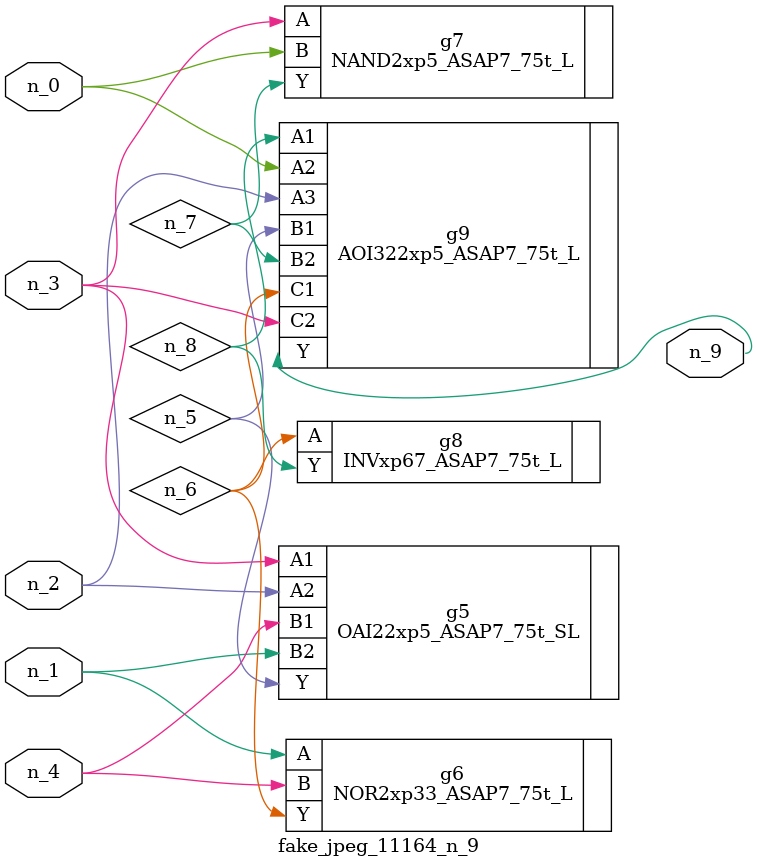
<source format=v>
module fake_jpeg_11164_n_9 (n_3, n_2, n_1, n_0, n_4, n_9);

input n_3;
input n_2;
input n_1;
input n_0;
input n_4;

output n_9;

wire n_8;
wire n_6;
wire n_5;
wire n_7;

OAI22xp5_ASAP7_75t_SL g5 ( 
.A1(n_3),
.A2(n_2),
.B1(n_4),
.B2(n_1),
.Y(n_5)
);

NOR2xp33_ASAP7_75t_L g6 ( 
.A(n_1),
.B(n_4),
.Y(n_6)
);

NAND2xp5_ASAP7_75t_L g7 ( 
.A(n_3),
.B(n_0),
.Y(n_7)
);

INVxp67_ASAP7_75t_L g8 ( 
.A(n_6),
.Y(n_8)
);

AOI322xp5_ASAP7_75t_L g9 ( 
.A1(n_8),
.A2(n_0),
.A3(n_2),
.B1(n_5),
.B2(n_7),
.C1(n_6),
.C2(n_3),
.Y(n_9)
);


endmodule
</source>
